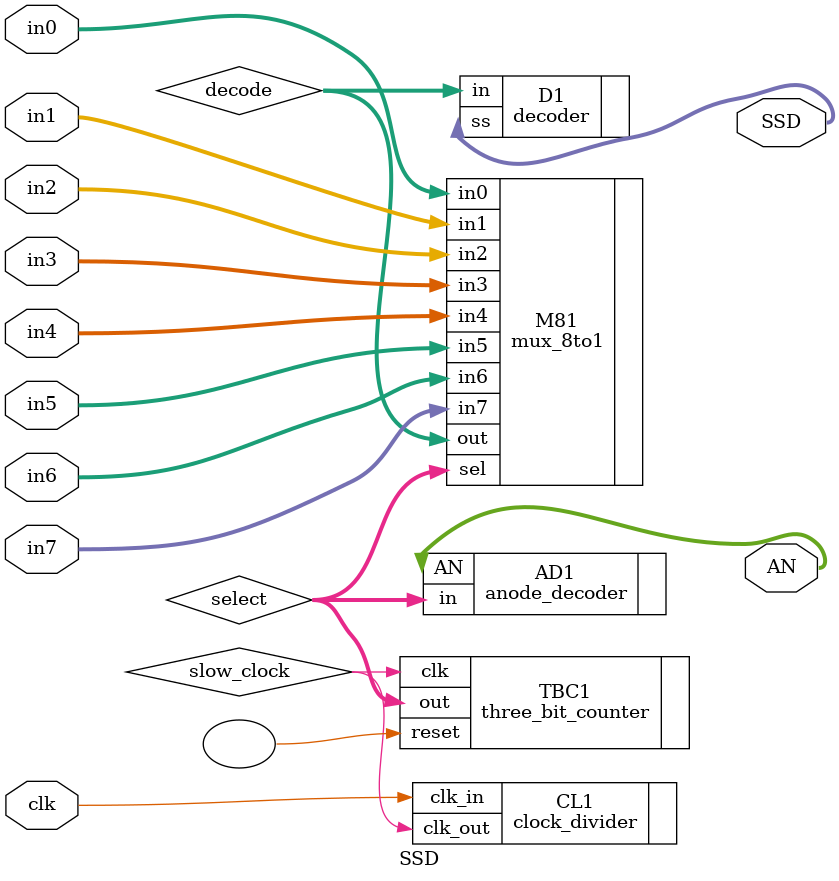
<source format=v>
`timescale 1ns / 1ps


module SSD(
    input [3:0] in0,
    input [3:0] in1,
    input [3:0] in2,
    input [3:0] in3,
    input [3:0] in4,
    input [3:0] in5,
    input [3:0] in6,
    input [3:0] in7,
    input clk,
    output [3:0] AN,
    output [6:0] SSD
    );
    
    wire slow_clock;
    wire [3:0] decode;
    wire [2:0] select;
    
    decoder D1(.in(decode), .ss(SSD));
    
    mux_8to1 M81(.in0(in0),
    .in1(in1),
    .in2(in2),
    .in3(in3),
    .in4(in4),
    .in5(in5),
    .in6(in6),
    .in7(in7),
    .sel(select),
    .out(decode));
    
    clock_divider CL1(.clk_in(clk), .clk_out(slow_clock));
    
    three_bit_counter TBC1(.clk(slow_clock), .reset(), .out(select));
    
    anode_decoder AD1(.in(select), .AN(AN));
    
endmodule

</source>
